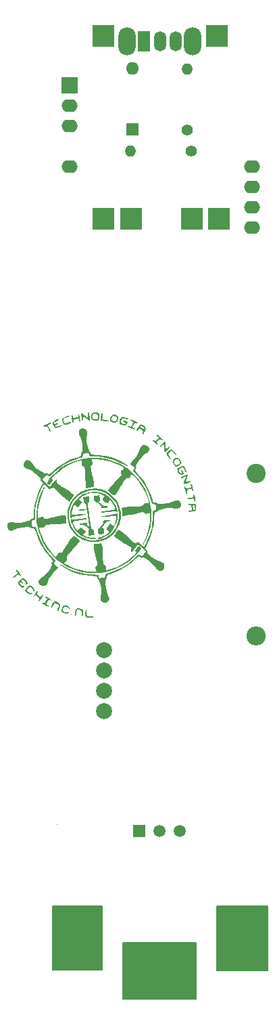
<source format=gts>
G04 #@! TF.GenerationSoftware,KiCad,Pcbnew,7.0.1*
G04 #@! TF.CreationDate,2023-04-26T20:27:31+02:00*
G04 #@! TF.ProjectId,ispindel_kicad,69737069-6e64-4656-9c5f-6b696361642e,rev?*
G04 #@! TF.SameCoordinates,Original*
G04 #@! TF.FileFunction,Soldermask,Top*
G04 #@! TF.FilePolarity,Negative*
%FSLAX46Y46*%
G04 Gerber Fmt 4.6, Leading zero omitted, Abs format (unit mm)*
G04 Created by KiCad (PCBNEW 7.0.1) date 2023-04-26 20:27:31*
%MOMM*%
%LPD*%
G01*
G04 APERTURE LIST*
%ADD10C,0.000000*%
%ADD11C,0.010000*%
%ADD12C,0.150000*%
%ADD13C,2.400000*%
%ADD14O,2.400000X2.400000*%
%ADD15R,1.500000X1.500000*%
%ADD16C,1.500000*%
%ADD17C,2.000000*%
%ADD18R,2.000000X2.000000*%
%ADD19O,2.000000X1.600000*%
%ADD20R,2.800000X2.800000*%
%ADD21O,2.200000X3.500000*%
%ADD22R,1.500000X2.500000*%
%ADD23O,1.500000X2.500000*%
%ADD24C,1.400000*%
%ADD25O,1.400000X1.400000*%
%ADD26R,1.600000X1.600000*%
%ADD27O,1.600000X1.600000*%
G04 APERTURE END LIST*
D10*
G36*
X135928100Y-139159580D02*
G01*
X135917520Y-139170170D01*
X135906930Y-139159580D01*
X135917520Y-139149000D01*
X135928100Y-139159580D01*
G37*
D11*
X135906930Y-139159580D02*
X135917520Y-139149000D01*
X135928100Y-139159580D02*
X135917520Y-139170170D01*
X135917520Y-139149000D02*
X135928100Y-139159580D01*
D12*
X144200000Y-154000000D02*
X153400000Y-154000000D01*
X153400000Y-161025000D01*
X144200000Y-161025000D01*
X144200000Y-154000000D01*
G36*
X144200000Y-154000000D02*
G01*
X153400000Y-154000000D01*
X153400000Y-161025000D01*
X144200000Y-161025000D01*
X144200000Y-154000000D01*
G37*
X135450000Y-149450000D02*
X141575000Y-149450000D01*
X141575000Y-157375000D01*
X135450000Y-157375000D01*
X135450000Y-149450000D01*
G36*
X135450000Y-149450000D02*
G01*
X141575000Y-149450000D01*
X141575000Y-157375000D01*
X135450000Y-157375000D01*
X135450000Y-149450000D01*
G37*
D11*
X135917520Y-139170170D02*
X135906930Y-139159580D01*
D12*
X156000000Y-149375000D02*
X162375000Y-149375000D01*
X162375000Y-157450000D01*
X156000000Y-157450000D01*
X156000000Y-149375000D01*
G36*
X156000000Y-149375000D02*
G01*
X162375000Y-149375000D01*
X162375000Y-157450000D01*
X156000000Y-157450000D01*
X156000000Y-149375000D01*
G37*
G36*
X133561763Y-110088816D02*
G01*
X133502302Y-110220906D01*
X133499806Y-110224289D01*
X133435464Y-110332110D01*
X133452317Y-110417931D01*
X133566519Y-110526353D01*
X133626079Y-110572965D01*
X133804549Y-110701119D01*
X133913233Y-110737347D01*
X133991649Y-110683329D01*
X134050680Y-110591011D01*
X134138080Y-110492080D01*
X134196942Y-110481587D01*
X134196944Y-110555607D01*
X134137130Y-110707869D01*
X134039142Y-110897984D01*
X133924629Y-111085562D01*
X133815234Y-111230212D01*
X133774658Y-111269563D01*
X133659896Y-111325488D01*
X133615726Y-111272786D01*
X133655247Y-111134751D01*
X133676562Y-111095093D01*
X133733714Y-110936726D01*
X133698811Y-110858681D01*
X133585215Y-110777467D01*
X133445126Y-110661566D01*
X133319138Y-110569910D01*
X133233086Y-110585602D01*
X133161742Y-110666708D01*
X133062296Y-110762228D01*
X132999100Y-110768858D01*
X133011206Y-110689957D01*
X133082158Y-110536322D01*
X133187186Y-110350341D01*
X133301520Y-110174402D01*
X133400390Y-110050897D01*
X133435145Y-110022651D01*
X133535259Y-110009888D01*
X133561763Y-110088816D01*
G37*
G36*
X134548568Y-110724267D02*
G01*
X134713041Y-110789500D01*
X134913560Y-110895326D01*
X135120136Y-111026333D01*
X135251584Y-111133323D01*
X135282627Y-111191494D01*
X135202254Y-111207549D01*
X135090863Y-111163866D01*
X134993098Y-111120668D01*
X134917514Y-111144939D01*
X134830164Y-111259337D01*
X134752929Y-111389412D01*
X134650847Y-111582262D01*
X134624924Y-111690648D01*
X134669055Y-111748187D01*
X134686236Y-111756769D01*
X134868647Y-111857509D01*
X134909549Y-111932255D01*
X134882056Y-111957258D01*
X134788140Y-111946058D01*
X134623547Y-111878184D01*
X134427186Y-111775847D01*
X134237966Y-111661255D01*
X134094796Y-111556618D01*
X134036584Y-111484145D01*
X134038420Y-111475702D01*
X134120975Y-111456334D01*
X134241115Y-111488871D01*
X134376110Y-111526061D01*
X134435269Y-111512361D01*
X134484502Y-111424235D01*
X134575775Y-111264609D01*
X134604224Y-111215248D01*
X134688439Y-111049747D01*
X134689541Y-110955212D01*
X134605862Y-110883968D01*
X134592346Y-110876047D01*
X134487553Y-110787103D01*
X134472538Y-110723789D01*
X134548568Y-110724267D01*
G37*
G36*
X135800009Y-111353516D02*
G01*
X136020812Y-111423111D01*
X136223192Y-111530489D01*
X136349288Y-111650495D01*
X136358174Y-111668339D01*
X136362906Y-111793623D01*
X136321441Y-111980558D01*
X136249867Y-112188314D01*
X136164272Y-112376059D01*
X136080744Y-112502963D01*
X136018543Y-112530322D01*
X135996568Y-112454362D01*
X136036543Y-112278750D01*
X136141472Y-111991908D01*
X136187124Y-111879878D01*
X136172557Y-111787153D01*
X136043981Y-111676006D01*
X135949245Y-111617909D01*
X135669683Y-111456504D01*
X135484472Y-111827318D01*
X135351231Y-112058840D01*
X135259898Y-112155399D01*
X135222164Y-112122733D01*
X135249715Y-111966578D01*
X135328977Y-111750997D01*
X135442887Y-111512515D01*
X135541736Y-111385671D01*
X135618644Y-111346855D01*
X135800009Y-111353516D01*
G37*
G36*
X132699398Y-109369210D02*
G01*
X132728945Y-109386006D01*
X132919057Y-109524928D01*
X133065521Y-109678813D01*
X133073939Y-109691133D01*
X133139129Y-109848320D01*
X133138951Y-109983894D01*
X133081843Y-110056123D01*
X133003075Y-110041566D01*
X132943154Y-109947687D01*
X132954996Y-109898425D01*
X132937976Y-109803219D01*
X132839665Y-109676331D01*
X132703181Y-109558424D01*
X132571637Y-109490158D01*
X132519554Y-109487762D01*
X132425887Y-109557617D01*
X132306970Y-109698622D01*
X132294932Y-109715674D01*
X132211759Y-109855471D01*
X132215465Y-109957227D01*
X132315542Y-110079181D01*
X132361531Y-110124302D01*
X132514623Y-110254207D01*
X132609280Y-110282363D01*
X132639986Y-110265610D01*
X132755313Y-110240924D01*
X132802667Y-110258205D01*
X132851401Y-110330006D01*
X132784121Y-110396311D01*
X132627618Y-110433820D01*
X132598821Y-110435496D01*
X132457059Y-110410352D01*
X132301049Y-110307025D01*
X132194112Y-110208948D01*
X131954563Y-109976267D01*
X132119413Y-109697530D01*
X132277173Y-109454396D01*
X132407033Y-109328542D01*
X132538079Y-109305101D01*
X132699398Y-109369210D01*
G37*
G36*
X137045137Y-111801259D02*
G01*
X137231350Y-111858377D01*
X137435595Y-111955125D01*
X137536086Y-112066031D01*
X137555346Y-112118963D01*
X137558786Y-112250594D01*
X137505815Y-112294011D01*
X137436391Y-112225401D01*
X137424371Y-112197020D01*
X137323322Y-112090656D01*
X137139722Y-112003000D01*
X136960424Y-111963452D01*
X136843917Y-112010507D01*
X136771751Y-112095717D01*
X136685367Y-112274946D01*
X136664567Y-112425275D01*
X136698931Y-112534761D01*
X136798377Y-112603053D01*
X136953593Y-112650554D01*
X137144799Y-112675211D01*
X137265428Y-112643679D01*
X137277093Y-112629895D01*
X137358466Y-112568838D01*
X137391683Y-112575330D01*
X137417700Y-112653320D01*
X137359174Y-112761177D01*
X137250625Y-112847937D01*
X137194383Y-112866567D01*
X137054995Y-112853351D01*
X136849562Y-112795139D01*
X136758955Y-112760978D01*
X136569852Y-112675850D01*
X136484533Y-112602369D01*
X136470743Y-112505241D01*
X136477785Y-112453352D01*
X136556779Y-112106644D01*
X136667243Y-111890624D01*
X136824816Y-111792945D01*
X137045137Y-111801259D01*
G37*
G36*
X131803089Y-108460155D02*
G01*
X131986665Y-108628238D01*
X131992021Y-108634018D01*
X132167401Y-108863754D01*
X132236251Y-109049941D01*
X132195020Y-109176301D01*
X132118977Y-109215840D01*
X132031748Y-109215409D01*
X132030732Y-109121091D01*
X132038561Y-109090660D01*
X132023331Y-108947112D01*
X131928434Y-108802537D01*
X131790119Y-108684972D01*
X131644640Y-108622450D01*
X131528248Y-108643007D01*
X131501097Y-108675007D01*
X131524606Y-108756220D01*
X131593576Y-108827354D01*
X131684657Y-108947217D01*
X131696483Y-109025939D01*
X131657543Y-109073980D01*
X131563629Y-109021578D01*
X131500839Y-108967008D01*
X131377362Y-108868723D01*
X131313141Y-108871479D01*
X131283894Y-108929964D01*
X131298264Y-109080704D01*
X131404941Y-109235871D01*
X131561683Y-109348832D01*
X131689494Y-109377726D01*
X131845745Y-109384087D01*
X131885077Y-109431148D01*
X131855300Y-109500604D01*
X131758770Y-109560680D01*
X131606889Y-109590233D01*
X131483913Y-109575073D01*
X131470213Y-109565439D01*
X131417613Y-109505905D01*
X131304740Y-109374904D01*
X131246993Y-109307392D01*
X131101749Y-109105867D01*
X131072221Y-108945322D01*
X131160387Y-108780343D01*
X131275338Y-108655595D01*
X131483649Y-108472744D01*
X131647492Y-108407960D01*
X131803089Y-108460155D01*
G37*
G36*
X137791907Y-112889486D02*
G01*
X137825033Y-112971838D01*
X137818244Y-112987778D01*
X137735893Y-113020903D01*
X137719953Y-113014115D01*
X137686826Y-112931764D01*
X137693615Y-112915823D01*
X137775967Y-112882697D01*
X137791907Y-112889486D01*
G37*
G36*
X138713148Y-112193182D02*
G01*
X138938692Y-112229954D01*
X139129573Y-112291363D01*
X139218365Y-112351369D01*
X139247148Y-112467000D01*
X139242288Y-112662461D01*
X139230555Y-112749168D01*
X139185112Y-113005634D01*
X139149804Y-113149560D01*
X139113698Y-113210761D01*
X139065859Y-113219056D01*
X139058676Y-113217888D01*
X139027151Y-113146613D01*
X139028624Y-112979812D01*
X139044010Y-112864613D01*
X139064260Y-112607072D01*
X139003686Y-112453880D01*
X138844323Y-112379933D01*
X138684919Y-112362724D01*
X138438391Y-112351289D01*
X138381064Y-112735447D01*
X138346324Y-112954153D01*
X138318218Y-113106256D01*
X138307081Y-113148454D01*
X138249103Y-113154239D01*
X138185957Y-113084555D01*
X138170755Y-113029719D01*
X138187214Y-112835028D01*
X138235961Y-112601408D01*
X138301977Y-112385301D01*
X138370245Y-112243150D01*
X138384277Y-112227222D01*
X138509494Y-112189467D01*
X138713148Y-112193182D01*
G37*
G36*
X130927659Y-107347774D02*
G01*
X131016243Y-107432997D01*
X131139684Y-107590479D01*
X131271889Y-107781129D01*
X131386772Y-107965854D01*
X131458240Y-108105561D01*
X131467777Y-108157081D01*
X131427214Y-108202500D01*
X131370590Y-108172738D01*
X131262808Y-108048609D01*
X131257556Y-108042170D01*
X131178821Y-107964298D01*
X131096129Y-107956589D01*
X130970119Y-108027103D01*
X130832628Y-108129183D01*
X130650802Y-108253205D01*
X130510971Y-108321298D01*
X130461521Y-108324941D01*
X130410349Y-108266982D01*
X130412409Y-108258120D01*
X130473443Y-108200938D01*
X130612754Y-108084508D01*
X130735600Y-107985551D01*
X131042134Y-107741832D01*
X130920749Y-107592910D01*
X130849243Y-107464459D01*
X130841745Y-107363624D01*
X130897009Y-107334674D01*
X130927659Y-107347774D01*
G37*
G36*
X139653060Y-112385489D02*
G01*
X139673294Y-112552093D01*
X139671633Y-112722746D01*
X139667061Y-112955970D01*
X139704648Y-113090352D01*
X139813596Y-113151993D01*
X140023107Y-113166997D01*
X140166779Y-113165321D01*
X140383328Y-113171190D01*
X140478749Y-113205928D01*
X140474486Y-113278841D01*
X140465780Y-113295029D01*
X140374885Y-113332991D01*
X140193282Y-113349205D01*
X139972338Y-113344822D01*
X139763418Y-113320997D01*
X139617892Y-113278884D01*
X139612396Y-113275857D01*
X139526650Y-113167395D01*
X139510790Y-113113336D01*
X139498420Y-112913534D01*
X139510058Y-112689276D01*
X139539770Y-112486627D01*
X139581620Y-112351650D01*
X139612746Y-112322015D01*
X139653060Y-112385489D01*
G37*
G36*
X139368275Y-89684789D02*
G01*
X139473399Y-89732093D01*
X139680377Y-89911047D01*
X139768137Y-90148908D01*
X139741539Y-90461720D01*
X139719839Y-90545671D01*
X139665991Y-90818524D01*
X139646257Y-91095466D01*
X139648635Y-91160175D01*
X139680292Y-91420517D01*
X139735020Y-91712403D01*
X139803804Y-92001956D01*
X139877635Y-92255302D01*
X139947496Y-92438562D01*
X140004378Y-92517861D01*
X140010085Y-92518777D01*
X140086406Y-92578488D01*
X140158338Y-92727290D01*
X140163633Y-92744075D01*
X140232370Y-92971916D01*
X140975050Y-93018941D01*
X142028474Y-93148428D01*
X143014634Y-93401216D01*
X143946453Y-93781105D01*
X144414222Y-94030375D01*
X144661997Y-94181253D01*
X144793463Y-94283086D01*
X144822713Y-94347695D01*
X144811515Y-94363610D01*
X144725376Y-94365740D01*
X144538700Y-94301500D01*
X144243660Y-94167746D01*
X143912250Y-94002389D01*
X142989936Y-93601342D01*
X142053175Y-93332622D01*
X141116602Y-93199664D01*
X140453696Y-93189807D01*
X140083468Y-93204624D01*
X140020407Y-92995599D01*
X139959394Y-92834413D01*
X139875267Y-92757714D01*
X139726790Y-92747325D01*
X139523110Y-92776387D01*
X139326598Y-92817065D01*
X139229379Y-92875032D01*
X139188202Y-92987340D01*
X139175251Y-93074407D01*
X139155189Y-93189975D01*
X139113187Y-93270953D01*
X139021738Y-93334867D01*
X138853334Y-93399249D01*
X138580468Y-93481626D01*
X138499262Y-93505188D01*
X137670348Y-93803587D01*
X136869471Y-94203419D01*
X136131687Y-94684161D01*
X135492057Y-95225282D01*
X135394343Y-95323097D01*
X135200385Y-95518674D01*
X135072017Y-95626279D01*
X134975119Y-95661705D01*
X134875568Y-95640748D01*
X134790013Y-95602847D01*
X134644958Y-95545818D01*
X134543904Y-95558610D01*
X134436911Y-95659540D01*
X134355019Y-95762374D01*
X134236671Y-95934451D01*
X134173494Y-96065345D01*
X134170236Y-96099882D01*
X134230630Y-96188719D01*
X134362302Y-96339067D01*
X134534935Y-96520443D01*
X134718219Y-96702360D01*
X134881841Y-96854334D01*
X134995484Y-96945879D01*
X135024987Y-96959476D01*
X135094349Y-96904173D01*
X135216286Y-96761777D01*
X135347376Y-96586604D01*
X135502885Y-96376837D01*
X135639702Y-96208730D01*
X135714534Y-96131217D01*
X135833601Y-96086606D01*
X135933252Y-96117135D01*
X135958811Y-96200720D01*
X135948195Y-96225603D01*
X135905146Y-96322452D01*
X135903029Y-96412305D01*
X135955819Y-96508793D01*
X136077487Y-96625543D01*
X136282009Y-96776186D01*
X136583358Y-96974351D01*
X136957179Y-97209761D01*
X137343470Y-97456027D01*
X137657643Y-97666808D01*
X137884665Y-97831469D01*
X138009497Y-97939374D01*
X138028635Y-97967626D01*
X137999426Y-98102047D01*
X137867153Y-98330160D01*
X137772446Y-98465176D01*
X137487568Y-98855660D01*
X137159934Y-98608718D01*
X136977181Y-98460224D01*
X136725458Y-98241268D01*
X136438718Y-97981977D01*
X136165538Y-97726426D01*
X135498777Y-97091076D01*
X135229999Y-97188187D01*
X134961220Y-97285298D01*
X134668161Y-96964462D01*
X134485699Y-96783193D01*
X134353022Y-96688688D01*
X134303770Y-96682007D01*
X134234348Y-96768919D01*
X134127665Y-96959732D01*
X133997864Y-97223931D01*
X133859090Y-97531000D01*
X133725487Y-97850427D01*
X133611201Y-98151696D01*
X133578716Y-98246196D01*
X133435695Y-98755966D01*
X133319884Y-99322842D01*
X133240541Y-99889755D01*
X133206918Y-100399638D01*
X133207222Y-100537069D01*
X133219489Y-101068584D01*
X132746666Y-101211031D01*
X132787903Y-101557466D01*
X132814284Y-101768619D01*
X132834826Y-101914601D01*
X132840910Y-101947823D01*
X132912321Y-101974862D01*
X133068590Y-101979530D01*
X133074831Y-101979195D01*
X133182358Y-101977858D01*
X133257481Y-102006007D01*
X133318179Y-102089894D01*
X133382429Y-102255765D01*
X133468211Y-102529874D01*
X133481171Y-102572490D01*
X133852700Y-103570338D01*
X134332252Y-104478103D01*
X134916949Y-105290853D01*
X135337598Y-105751481D01*
X135545006Y-105961684D01*
X135665003Y-106100328D01*
X135712384Y-106197169D01*
X135701942Y-106281962D01*
X135650532Y-106380893D01*
X135592779Y-106543468D01*
X135638214Y-106684653D01*
X135800375Y-106829381D01*
X135942507Y-106918520D01*
X136027893Y-106970546D01*
X136069256Y-107020084D01*
X136055644Y-107089082D01*
X135976112Y-107199488D01*
X135819705Y-107373254D01*
X135598681Y-107607762D01*
X135223745Y-108056669D01*
X134942816Y-108525021D01*
X134719790Y-109073362D01*
X134713396Y-109092339D01*
X134583694Y-109288870D01*
X134383478Y-109392298D01*
X134151412Y-109403267D01*
X133926163Y-109322422D01*
X133746396Y-109150410D01*
X133704447Y-109075480D01*
X133658220Y-108824555D01*
X133748493Y-108583745D01*
X133967959Y-108368545D01*
X134067504Y-108305782D01*
X134274297Y-108157867D01*
X134500505Y-107947125D01*
X134729193Y-107696428D01*
X134943426Y-107428650D01*
X135126269Y-107166664D01*
X135260786Y-106933342D01*
X135330043Y-106751558D01*
X135317103Y-106644184D01*
X135304862Y-106634596D01*
X135271572Y-106541035D01*
X135340513Y-106392960D01*
X135390846Y-106306254D01*
X135406010Y-106228412D01*
X135373544Y-106134589D01*
X135280989Y-105999941D01*
X135115885Y-105799621D01*
X134940680Y-105595661D01*
X134699608Y-105307822D01*
X134469784Y-105018956D01*
X134283134Y-104769891D01*
X134199824Y-104648267D01*
X133977279Y-104259512D01*
X133747565Y-103789979D01*
X133537222Y-103298798D01*
X133372793Y-102845097D01*
X133336056Y-102723983D01*
X133246577Y-102442044D01*
X133162150Y-102275639D01*
X133060396Y-102199033D01*
X132918935Y-102186490D01*
X132872253Y-102190616D01*
X132715335Y-102170749D01*
X132659893Y-102099545D01*
X132572497Y-102052396D01*
X132376932Y-102029440D01*
X132106455Y-102028245D01*
X131794322Y-102046383D01*
X131473791Y-102081424D01*
X131178118Y-102130939D01*
X130940560Y-102192499D01*
X130843560Y-102232222D01*
X130558871Y-102376106D01*
X130367054Y-102459427D01*
X130233651Y-102488684D01*
X130124205Y-102470372D01*
X130004257Y-102410990D01*
X129977355Y-102395552D01*
X129796482Y-102257096D01*
X129713425Y-102083884D01*
X129701172Y-102017178D01*
X129716353Y-101732562D01*
X129841745Y-101526603D01*
X130059225Y-101412842D01*
X130350670Y-101404820D01*
X130482080Y-101433731D01*
X130755456Y-101483972D01*
X131057293Y-101501397D01*
X131134239Y-101498671D01*
X131426054Y-101467652D01*
X131739319Y-101414990D01*
X132041905Y-101348687D01*
X132301679Y-101276738D01*
X132486512Y-101207143D01*
X132564272Y-101147900D01*
X132564916Y-101142537D01*
X132624340Y-101060165D01*
X132771826Y-100987459D01*
X132779051Y-100985228D01*
X132995942Y-100919794D01*
X133028570Y-100283806D01*
X133131808Y-99342181D01*
X133338529Y-98429575D01*
X133639743Y-97578268D01*
X133963477Y-96926754D01*
X134224590Y-96474492D01*
X134030113Y-96307656D01*
X133908592Y-96169620D01*
X133882699Y-96060712D01*
X133886279Y-96053100D01*
X133870531Y-95947071D01*
X133756993Y-95785941D01*
X133570170Y-95590464D01*
X133334566Y-95381392D01*
X133074686Y-95179478D01*
X132815037Y-95005475D01*
X132580123Y-94880135D01*
X132445476Y-94832923D01*
X132085462Y-94707025D01*
X131848697Y-94533305D01*
X131740754Y-94319541D01*
X131767210Y-94073510D01*
X131820471Y-93961155D01*
X132005896Y-93742530D01*
X132223259Y-93658609D01*
X132460936Y-93706937D01*
X132707301Y-93885061D01*
X132950732Y-94190524D01*
X132957604Y-94201218D01*
X133084230Y-94381214D01*
X133226354Y-94534225D01*
X133416646Y-94689004D01*
X133687770Y-94874306D01*
X133816583Y-94957299D01*
X134146549Y-95159768D01*
X134365676Y-95275024D01*
X134476584Y-95304383D01*
X134489775Y-95295633D01*
X134572548Y-95279350D01*
X134728194Y-95323842D01*
X134767116Y-95341007D01*
X134894392Y-95394656D01*
X134992766Y-95401154D01*
X135098315Y-95345323D01*
X135247111Y-95211984D01*
X135375668Y-95084965D01*
X135852846Y-94669493D01*
X136428353Y-94263509D01*
X137060705Y-93890476D01*
X137708418Y-93573854D01*
X138330006Y-93337106D01*
X138603262Y-93259622D01*
X138808547Y-93203056D01*
X138911077Y-93143831D01*
X138948719Y-93048697D01*
X138956437Y-92949503D01*
X138991396Y-92766695D01*
X139059015Y-92649182D01*
X139120215Y-92520580D01*
X139145830Y-92287083D01*
X139139511Y-91982257D01*
X139104909Y-91639665D01*
X139045675Y-91292870D01*
X138965460Y-90975437D01*
X138867915Y-90720928D01*
X138844430Y-90676603D01*
X138739720Y-90462258D01*
X138677416Y-90275935D01*
X138669454Y-90211571D01*
X138736991Y-89949198D01*
X138898362Y-89760590D01*
X139119986Y-89665777D01*
X139368275Y-89684789D01*
G37*
G36*
X147203026Y-91818678D02*
G01*
X147392608Y-91975966D01*
X147486188Y-92196619D01*
X147500711Y-92367215D01*
X147472245Y-92497731D01*
X147379517Y-92619275D01*
X147201249Y-92762957D01*
X147005737Y-92899111D01*
X146777867Y-93068150D01*
X146588395Y-93248528D01*
X146400532Y-93479905D01*
X146201102Y-93766504D01*
X146015515Y-94051743D01*
X145904463Y-94244881D01*
X145856598Y-94369290D01*
X145860571Y-94448342D01*
X145865227Y-94458280D01*
X145872072Y-94591059D01*
X145811355Y-94754070D01*
X145767291Y-94841389D01*
X145758381Y-94921443D01*
X145797738Y-95018961D01*
X145898469Y-95158678D01*
X146073686Y-95365325D01*
X146228944Y-95541831D01*
X146815191Y-96283820D01*
X147286119Y-97060565D01*
X147663390Y-97910456D01*
X147818641Y-98358993D01*
X147910194Y-98639355D01*
X147978475Y-98810318D01*
X148043343Y-98899773D01*
X148124657Y-98935617D01*
X148236230Y-98945461D01*
X148421292Y-98981022D01*
X148494730Y-99047633D01*
X148575290Y-99092308D01*
X148764115Y-99113450D01*
X149027872Y-99113192D01*
X149333223Y-99093667D01*
X149646835Y-99057006D01*
X149935370Y-99005343D01*
X150165493Y-98940809D01*
X150165702Y-98940731D01*
X150539215Y-98805806D01*
X150805501Y-98720349D01*
X150990437Y-98679112D01*
X151119898Y-98676848D01*
X151219759Y-98708308D01*
X151244939Y-98721866D01*
X151402400Y-98887166D01*
X151483611Y-99123406D01*
X151474515Y-99371753D01*
X151428076Y-99488513D01*
X151244694Y-99674050D01*
X150977001Y-99744422D01*
X150629015Y-99699086D01*
X150376434Y-99660240D01*
X150062472Y-99653480D01*
X149718022Y-99674219D01*
X149373979Y-99717874D01*
X149061233Y-99779858D01*
X148810680Y-99855587D01*
X148653211Y-99940474D01*
X148615479Y-99997931D01*
X148540307Y-100095146D01*
X148383469Y-100174575D01*
X148378498Y-100176101D01*
X148159276Y-100242239D01*
X148148150Y-100765885D01*
X148071696Y-101697109D01*
X147877848Y-102592069D01*
X147558709Y-103481714D01*
X147329220Y-103975364D01*
X146976430Y-104680576D01*
X147148753Y-104849810D01*
X147252849Y-104986398D01*
X147276921Y-105093851D01*
X147273512Y-105101425D01*
X147298894Y-105194582D01*
X147427889Y-105359626D01*
X147633255Y-105566984D01*
X147878665Y-105782605D01*
X148126446Y-105960980D01*
X148424867Y-106134041D01*
X148708275Y-106278248D01*
X149375989Y-106606336D01*
X149412409Y-106859434D01*
X149387204Y-107129892D01*
X149245278Y-107344717D01*
X149011050Y-107470039D01*
X148965095Y-107479788D01*
X148751035Y-107474967D01*
X148557894Y-107370235D01*
X148361469Y-107149475D01*
X148272295Y-107018474D01*
X148108955Y-106807743D01*
X147888695Y-106581445D01*
X147634757Y-106356722D01*
X147370388Y-106150720D01*
X147118829Y-105980582D01*
X146903327Y-105863454D01*
X146747125Y-105816478D01*
X146679004Y-105843325D01*
X146578612Y-105881157D01*
X146388364Y-105820923D01*
X146252030Y-105765027D01*
X146147862Y-105763586D01*
X146034023Y-105831709D01*
X145868676Y-105984506D01*
X145829694Y-106022680D01*
X145168634Y-106587318D01*
X144411146Y-107089644D01*
X143599731Y-107504858D01*
X142776894Y-107808164D01*
X142761703Y-107812601D01*
X142484990Y-107895340D01*
X142319293Y-107957616D01*
X142237163Y-108018182D01*
X142211149Y-108095788D01*
X142212578Y-108187736D01*
X142191735Y-108365742D01*
X142130660Y-108475840D01*
X142083942Y-108584656D01*
X142053264Y-108801319D01*
X142043519Y-109090201D01*
X142043709Y-109109327D01*
X142081377Y-109577890D01*
X142189418Y-110059539D01*
X142378197Y-110597328D01*
X142435647Y-110737105D01*
X142483282Y-110989511D01*
X142419315Y-111200243D01*
X142273032Y-111356957D01*
X142073719Y-111447309D01*
X141850665Y-111458952D01*
X141633152Y-111379545D01*
X141450471Y-111196741D01*
X141428914Y-111161446D01*
X141405613Y-111025186D01*
X141421801Y-110807637D01*
X141454591Y-110639373D01*
X141495564Y-110360313D01*
X141502526Y-110028486D01*
X141480142Y-109674271D01*
X141433081Y-109328048D01*
X141366008Y-109020197D01*
X141283589Y-108781097D01*
X141190491Y-108641129D01*
X141144148Y-108618193D01*
X141051470Y-108542528D01*
X140982862Y-108384833D01*
X140982415Y-108382949D01*
X140931303Y-108165237D01*
X140152128Y-108114795D01*
X139426725Y-108044194D01*
X138789942Y-107924693D01*
X138190697Y-107741945D01*
X137577910Y-107481603D01*
X137176624Y-107279085D01*
X136806034Y-107079305D01*
X136554687Y-106934273D01*
X136411796Y-106837074D01*
X136366577Y-106780787D01*
X136376856Y-106766019D01*
X136483437Y-106776757D01*
X136680206Y-106857230D01*
X136909477Y-106979084D01*
X137790447Y-107405294D01*
X138742924Y-107712114D01*
X139752402Y-107895526D01*
X140400680Y-107945512D01*
X141128367Y-107973458D01*
X141195888Y-108197263D01*
X141263407Y-108421068D01*
X141573157Y-108371573D01*
X141769386Y-108340742D01*
X141896695Y-108321717D01*
X141916520Y-108319207D01*
X141947732Y-108254353D01*
X141978482Y-108100373D01*
X141980748Y-108083804D01*
X142000917Y-107975126D01*
X142045191Y-107896393D01*
X142140263Y-107830849D01*
X142312824Y-107761736D01*
X142589568Y-107672299D01*
X142681879Y-107643648D01*
X143436725Y-107373575D01*
X144122592Y-107045808D01*
X144769446Y-106641502D01*
X145407250Y-106141808D01*
X146065969Y-105527881D01*
X146100353Y-105493484D01*
X146202362Y-105478536D01*
X146351278Y-105534498D01*
X146482080Y-105600613D01*
X146579850Y-105603282D01*
X146682846Y-105526249D01*
X146829324Y-105353255D01*
X146855748Y-105320114D01*
X147063496Y-105059046D01*
X146646912Y-104629261D01*
X146446098Y-104431632D01*
X146277002Y-104282583D01*
X146168146Y-104206688D01*
X146150774Y-104201862D01*
X146070568Y-104257788D01*
X145940782Y-104401127D01*
X145808130Y-104575341D01*
X145581345Y-104871702D01*
X145409356Y-105045631D01*
X145295110Y-105095852D01*
X145241552Y-105021083D01*
X145251627Y-104820047D01*
X145252151Y-104816831D01*
X145289521Y-104589147D01*
X144602856Y-104191055D01*
X144292032Y-104002857D01*
X143973889Y-103796626D01*
X143673061Y-103589959D01*
X143414180Y-103400452D01*
X143221880Y-103245700D01*
X143120791Y-103143301D01*
X143112128Y-103126188D01*
X143145531Y-103050831D01*
X143243988Y-102894967D01*
X143379914Y-102701083D01*
X143659076Y-102318433D01*
X143887017Y-102451832D01*
X144043351Y-102561971D01*
X144263691Y-102740661D01*
X144509152Y-102955839D01*
X144600248Y-103039871D01*
X144961297Y-103378739D01*
X145232407Y-103631806D01*
X145429966Y-103810248D01*
X145570361Y-103925241D01*
X145669980Y-103987960D01*
X145745212Y-104009581D01*
X145812443Y-104001278D01*
X145888065Y-103974229D01*
X145941579Y-103954576D01*
X146200864Y-103865256D01*
X146500486Y-104176835D01*
X146669582Y-104339612D01*
X146804166Y-104445652D01*
X146865116Y-104470994D01*
X146928437Y-104396794D01*
X147028308Y-104214667D01*
X147152999Y-103952255D01*
X147290786Y-103637201D01*
X147429938Y-103297150D01*
X147558727Y-102959741D01*
X147665426Y-102652620D01*
X147732388Y-102426836D01*
X147812877Y-102052229D01*
X147881402Y-101615299D01*
X147932961Y-101162721D01*
X147962563Y-100741168D01*
X147965207Y-100397313D01*
X147959235Y-100308036D01*
X147933623Y-100039748D01*
X148146302Y-99975584D01*
X148310351Y-99913678D01*
X148388042Y-99829007D01*
X148398293Y-99679870D01*
X148370030Y-99482473D01*
X148331057Y-99289369D01*
X148276828Y-99197697D01*
X148169728Y-99166729D01*
X148072921Y-99160732D01*
X147828732Y-99149407D01*
X147676776Y-98561883D01*
X147398341Y-97741670D01*
X146995086Y-96927264D01*
X146484106Y-96148350D01*
X145882497Y-95434611D01*
X145865943Y-95417339D01*
X145660287Y-95199977D01*
X145541542Y-95057364D01*
X145495552Y-94961803D01*
X145508159Y-94885597D01*
X145556674Y-94812298D01*
X145632084Y-94651975D01*
X145587150Y-94508539D01*
X145412898Y-94361388D01*
X145341246Y-94317608D01*
X145189961Y-94209613D01*
X145112057Y-94115390D01*
X145109351Y-94102361D01*
X145155229Y-94011362D01*
X145276912Y-93857218D01*
X145417475Y-93705127D01*
X145867182Y-93192347D01*
X146188857Y-92700419D01*
X146364167Y-92282550D01*
X146437281Y-92055788D01*
X146505362Y-91925050D01*
X146598731Y-91846865D01*
X146702939Y-91796843D01*
X146959427Y-91751973D01*
X147203026Y-91818678D01*
G37*
G36*
X134421828Y-97025282D02*
G01*
X134374433Y-97189278D01*
X134255334Y-97471708D01*
X134232806Y-97520090D01*
X133871287Y-98456057D01*
X133646539Y-99436334D01*
X133576285Y-100059153D01*
X133517700Y-100887053D01*
X133847926Y-100804075D01*
X134057241Y-100761140D01*
X134180643Y-100773249D01*
X134268416Y-100848966D01*
X134291213Y-100879577D01*
X134342697Y-100937418D01*
X134412968Y-100970760D01*
X134524478Y-100977806D01*
X134699685Y-100956760D01*
X134961043Y-100905825D01*
X135331007Y-100823205D01*
X135509009Y-100782139D01*
X136081889Y-100655945D01*
X136519228Y-100574269D01*
X136822282Y-100536940D01*
X136992304Y-100543790D01*
X137033181Y-100576921D01*
X137042128Y-100662591D01*
X137061082Y-100849581D01*
X137083871Y-101076769D01*
X137130077Y-101539283D01*
X136831618Y-101595819D01*
X136647143Y-101619004D01*
X136356539Y-101641915D01*
X135997572Y-101662104D01*
X135608006Y-101677127D01*
X135551423Y-101678725D01*
X135155849Y-101691120D01*
X134878787Y-101706890D01*
X134694850Y-101731249D01*
X134578649Y-101769408D01*
X134504801Y-101826582D01*
X134449731Y-101904951D01*
X134346051Y-102034634D01*
X134208570Y-102087109D01*
X134021397Y-102089504D01*
X133713017Y-102074201D01*
X133823446Y-102512232D01*
X134032847Y-103143709D01*
X134342159Y-103807512D01*
X134727901Y-104461909D01*
X135166590Y-105065175D01*
X135432202Y-105371093D01*
X135607952Y-105557795D01*
X135741828Y-105697073D01*
X135807092Y-105761145D01*
X135808719Y-105762292D01*
X135855555Y-105714976D01*
X135945861Y-105578894D01*
X135996101Y-105494533D01*
X136111953Y-105317791D01*
X136211795Y-105243367D01*
X136336121Y-105241228D01*
X136337393Y-105241433D01*
X136450041Y-105240642D01*
X136554302Y-105180601D01*
X136682621Y-105036720D01*
X136780565Y-104905564D01*
X136945371Y-104666356D01*
X137144279Y-104360190D01*
X137339860Y-104044978D01*
X137380118Y-103977825D01*
X137548306Y-103704670D01*
X137707776Y-103462178D01*
X137832080Y-103290021D01*
X137864219Y-103251704D01*
X137960461Y-103159742D01*
X138048142Y-103140036D01*
X138174146Y-103195955D01*
X138313486Y-103284004D01*
X138574577Y-103458507D01*
X138727682Y-103583084D01*
X138786846Y-103684081D01*
X138766118Y-103787844D01*
X138679544Y-103920721D01*
X138664103Y-103941617D01*
X138542582Y-104091093D01*
X138348345Y-104313970D01*
X138108372Y-104579865D01*
X137855343Y-104852353D01*
X137568397Y-105158069D01*
X137367511Y-105379331D01*
X137239858Y-105536238D01*
X137172612Y-105648891D01*
X137152947Y-105737387D01*
X137168036Y-105821830D01*
X137192867Y-105890486D01*
X137228208Y-106029142D01*
X137184561Y-106134542D01*
X137073153Y-106241745D01*
X136936085Y-106366992D01*
X136854985Y-106454077D01*
X136851313Y-106459719D01*
X136890145Y-106524839D01*
X137034370Y-106630744D01*
X137256592Y-106762750D01*
X137529414Y-106906172D01*
X137825442Y-107046324D01*
X138117279Y-107168521D01*
X138289410Y-107230590D01*
X139073904Y-107444714D01*
X139865405Y-107575913D01*
X140416755Y-107612989D01*
X140944911Y-107623024D01*
X140825094Y-107315113D01*
X140757959Y-107120065D01*
X140756690Y-107002471D01*
X140827716Y-106908717D01*
X140879125Y-106864806D01*
X140950113Y-106798803D01*
X140990377Y-106723754D01*
X140998844Y-106612786D01*
X140974444Y-106439028D01*
X140916104Y-106175606D01*
X140839114Y-105861466D01*
X140749430Y-105479413D01*
X140669718Y-105101556D01*
X140609454Y-104775122D01*
X140580483Y-104572271D01*
X140535710Y-104144018D01*
X141041357Y-104077489D01*
X141547005Y-104010961D01*
X141612211Y-104354445D01*
X141638475Y-104557525D01*
X141663221Y-104864637D01*
X141683835Y-105235908D01*
X141697708Y-105631465D01*
X141698742Y-105676182D01*
X141708733Y-106069071D01*
X141722054Y-106342505D01*
X141743863Y-106520923D01*
X141779317Y-106628766D01*
X141833574Y-106690476D01*
X141911791Y-106730494D01*
X141922079Y-106734621D01*
X142052780Y-106805959D01*
X142103656Y-106913233D01*
X142101498Y-107101565D01*
X142096556Y-107287804D01*
X142111937Y-107400538D01*
X142120192Y-107412156D01*
X142214176Y-107406901D01*
X142408552Y-107360846D01*
X142669380Y-107284806D01*
X142962715Y-107189594D01*
X143254615Y-107086021D01*
X143511137Y-106984902D01*
X143633851Y-106929954D01*
X143973254Y-106744967D01*
X144367050Y-106496278D01*
X144773098Y-106213655D01*
X145149259Y-105926865D01*
X145453392Y-105665679D01*
X145531604Y-105589325D01*
X145738119Y-105374317D01*
X145854098Y-105235974D01*
X145891569Y-105150017D01*
X145862562Y-105092163D01*
X145799053Y-105049499D01*
X145719117Y-104968673D01*
X145762490Y-104896964D01*
X145871428Y-104776647D01*
X145954172Y-104654515D01*
X146095690Y-104473452D01*
X146235884Y-104430950D01*
X146390140Y-104522637D01*
X146396569Y-104528790D01*
X146478263Y-104619643D01*
X146492222Y-104702082D01*
X146431163Y-104819709D01*
X146323059Y-104968912D01*
X145695790Y-105691591D01*
X144970111Y-106319228D01*
X144161405Y-106844879D01*
X143285055Y-107261597D01*
X142356446Y-107562436D01*
X141390960Y-107740449D01*
X140403981Y-107788693D01*
X140104371Y-107776724D01*
X139106024Y-107644925D01*
X138143779Y-107375466D01*
X137227451Y-106972172D01*
X136366853Y-106438868D01*
X136045720Y-106194275D01*
X135313753Y-105513727D01*
X134685644Y-104737991D01*
X134169025Y-103878883D01*
X133771526Y-102948221D01*
X133609546Y-102421761D01*
X133416053Y-101441580D01*
X133357648Y-100462581D01*
X133433006Y-99499515D01*
X133640799Y-98567132D01*
X133979704Y-97680184D01*
X134048572Y-97538351D01*
X134210893Y-97236255D01*
X134332350Y-97049534D01*
X134405230Y-96978955D01*
X134421828Y-97025282D01*
G37*
G36*
X137702679Y-98898906D02*
G01*
X137883366Y-98597722D01*
X138176663Y-98218346D01*
X138382126Y-98016673D01*
X138949748Y-97622385D01*
X139542620Y-97359092D01*
X140147473Y-97219137D01*
X140751037Y-97194855D01*
X141340042Y-97278586D01*
X141901219Y-97462671D01*
X142421298Y-97739445D01*
X142887008Y-98101248D01*
X143285082Y-98540420D01*
X143602248Y-99049299D01*
X143825238Y-99620223D01*
X143940780Y-100245532D01*
X143935607Y-100917564D01*
X143896315Y-101200292D01*
X143768706Y-101641743D01*
X143550246Y-102111055D01*
X143269394Y-102559808D01*
X142954606Y-102939575D01*
X142780444Y-103098989D01*
X142173439Y-103507665D01*
X141542543Y-103774551D01*
X140886508Y-103899978D01*
X140204087Y-103884272D01*
X139949165Y-103843637D01*
X139571931Y-103738227D01*
X139164079Y-103572741D01*
X138778802Y-103372469D01*
X138469297Y-103162702D01*
X138410248Y-103111973D01*
X137916511Y-102571936D01*
X137555026Y-101979017D01*
X137328065Y-101339763D01*
X137257583Y-100808963D01*
X137474796Y-100808963D01*
X137548567Y-101251384D01*
X137724390Y-101811814D01*
X137972921Y-102282319D01*
X138319490Y-102708860D01*
X138392552Y-102782850D01*
X138739150Y-103093081D01*
X139075849Y-103313568D01*
X139462847Y-103480252D01*
X139676612Y-103549442D01*
X140159950Y-103663876D01*
X140607230Y-103694160D01*
X141080023Y-103641498D01*
X141354304Y-103582242D01*
X141975438Y-103362379D01*
X142517326Y-103032833D01*
X142970766Y-102609636D01*
X143326557Y-102108818D01*
X143575494Y-101546409D01*
X143708375Y-100938441D01*
X143715998Y-100300946D01*
X143596846Y-99675763D01*
X143343594Y-99049247D01*
X142985772Y-98511759D01*
X142538060Y-98071774D01*
X142015140Y-97737766D01*
X141431693Y-97518207D01*
X140802398Y-97421572D01*
X140141936Y-97456333D01*
X139851409Y-97513935D01*
X139224978Y-97734775D01*
X138678147Y-98064938D01*
X138220539Y-98488807D01*
X137861776Y-98990761D01*
X137611483Y-99555184D01*
X137479282Y-100166458D01*
X137474796Y-100808963D01*
X137257583Y-100808963D01*
X137237899Y-100660722D01*
X137286803Y-99948441D01*
X137295168Y-99899340D01*
X137414339Y-99487201D01*
X137619832Y-99037001D01*
X137702679Y-98898906D01*
G37*
G36*
X141984911Y-93487996D02*
G01*
X142947227Y-93748276D01*
X143862642Y-94138343D01*
X144719581Y-94653660D01*
X145506470Y-95289693D01*
X145924187Y-95709913D01*
X146522447Y-96461708D01*
X147009675Y-97284068D01*
X147383372Y-98160582D01*
X147641038Y-99074840D01*
X147780176Y-100010430D01*
X147798283Y-100950942D01*
X147692864Y-101879969D01*
X147461417Y-102781094D01*
X147124604Y-103592252D01*
X146961166Y-103905099D01*
X146844713Y-104096394D01*
X146767610Y-104177728D01*
X146737969Y-104179118D01*
X146724520Y-104095010D01*
X146789783Y-103927895D01*
X146823778Y-103865657D01*
X146996025Y-103515136D01*
X147170461Y-103069771D01*
X147330959Y-102577454D01*
X147461390Y-102086079D01*
X147521998Y-101792193D01*
X147577116Y-101425329D01*
X147614155Y-101063707D01*
X147632007Y-100736888D01*
X147629564Y-100474430D01*
X147605721Y-100305895D01*
X147579341Y-100261322D01*
X147482770Y-100267204D01*
X147316372Y-100323429D01*
X147276380Y-100340941D01*
X147104426Y-100396898D01*
X146989115Y-100393667D01*
X146976220Y-100383330D01*
X146885613Y-100266714D01*
X146841961Y-100210873D01*
X146764436Y-100178163D01*
X146600187Y-100180800D01*
X146334737Y-100220639D01*
X145953607Y-100299536D01*
X145705029Y-100356583D01*
X145313397Y-100444869D01*
X144952301Y-100519548D01*
X144653844Y-100574464D01*
X144450125Y-100603459D01*
X144402296Y-100606421D01*
X144156247Y-100608122D01*
X144095773Y-100100279D01*
X144035299Y-99592435D01*
X144348040Y-99536818D01*
X144537430Y-99514378D01*
X144832805Y-99492589D01*
X145196247Y-99473723D01*
X145589837Y-99460053D01*
X145656829Y-99458413D01*
X146053401Y-99448121D01*
X146330531Y-99434975D01*
X146512668Y-99413691D01*
X146624259Y-99378985D01*
X146689751Y-99325573D01*
X146733592Y-99248173D01*
X146744514Y-99223343D01*
X146819652Y-99088648D01*
X146922272Y-99035351D01*
X147106204Y-99038240D01*
X147133998Y-99040934D01*
X147325358Y-99048387D01*
X147445748Y-99031062D01*
X147461296Y-99019800D01*
X147454905Y-98921415D01*
X147399446Y-98721672D01*
X147306214Y-98449848D01*
X147186502Y-98135221D01*
X147051604Y-97807073D01*
X146912816Y-97494681D01*
X146781430Y-97227324D01*
X146741423Y-97153614D01*
X146530022Y-96806355D01*
X146277456Y-96436929D01*
X146010816Y-96081280D01*
X145757191Y-95775358D01*
X145543667Y-95555111D01*
X145523559Y-95537459D01*
X145330203Y-95371585D01*
X145164986Y-95657748D01*
X145053167Y-95832531D01*
X144962652Y-95904630D01*
X144853338Y-95901511D01*
X144821409Y-95893069D01*
X144686074Y-95880397D01*
X144582583Y-95956617D01*
X144508635Y-96067187D01*
X144333857Y-96351158D01*
X144129578Y-96669654D01*
X143911326Y-97000037D01*
X143694632Y-97319665D01*
X143495027Y-97605899D01*
X143328041Y-97836101D01*
X143209206Y-97987631D01*
X143156693Y-98037945D01*
X143061681Y-98005855D01*
X142893772Y-97903264D01*
X142696473Y-97757878D01*
X142319465Y-97458642D01*
X142515641Y-97184819D01*
X142645128Y-97022247D01*
X142846740Y-96790112D01*
X143091400Y-96521164D01*
X143315563Y-96283841D01*
X143609447Y-95975661D01*
X143814308Y-95749773D01*
X143942716Y-95586541D01*
X144007240Y-95466332D01*
X144020450Y-95369511D01*
X143994918Y-95276445D01*
X143980832Y-95244707D01*
X143940629Y-95116411D01*
X143984082Y-95014687D01*
X144087823Y-94915482D01*
X144262596Y-94750392D01*
X144321144Y-94635845D01*
X144264679Y-94539215D01*
X144105730Y-94434360D01*
X143787217Y-94274507D01*
X143377553Y-94102154D01*
X142926216Y-93935356D01*
X142482684Y-93792170D01*
X142096436Y-93690649D01*
X142029751Y-93676803D01*
X141727764Y-93626514D01*
X141392385Y-93584470D01*
X141055093Y-93552842D01*
X140747369Y-93533802D01*
X140500691Y-93529520D01*
X140346538Y-93542167D01*
X140311805Y-93558324D01*
X140312114Y-93652880D01*
X140348034Y-93828003D01*
X140365354Y-93891124D01*
X140406231Y-94090940D01*
X140376186Y-94205913D01*
X140323719Y-94251056D01*
X140201884Y-94346450D01*
X140161014Y-94395136D01*
X140162870Y-94486340D01*
X140195126Y-94689095D01*
X140252547Y-94975524D01*
X140329894Y-95317750D01*
X140350356Y-95403092D01*
X140481099Y-95969067D01*
X140566750Y-96403532D01*
X140608026Y-96711402D01*
X140605644Y-96897589D01*
X140577609Y-96958804D01*
X140484089Y-96990482D01*
X140291146Y-97031042D01*
X140062429Y-97068370D01*
X139599251Y-97135135D01*
X139548569Y-96718429D01*
X139517170Y-96412933D01*
X139493918Y-96101219D01*
X139487466Y-95963363D01*
X139471679Y-95464822D01*
X139457188Y-95091077D01*
X139440882Y-94823079D01*
X139419652Y-94641780D01*
X139390387Y-94528135D01*
X139349979Y-94463095D01*
X139295317Y-94427614D01*
X139233168Y-94405783D01*
X139113201Y-94351569D01*
X139059250Y-94259976D01*
X139050795Y-94085377D01*
X139054177Y-94007777D01*
X139060427Y-93805300D01*
X139037889Y-93712928D01*
X138966468Y-93697122D01*
X138877806Y-93713402D01*
X138615678Y-93788509D01*
X138269200Y-93914263D01*
X137880613Y-94072880D01*
X137492162Y-94246566D01*
X137146090Y-94417534D01*
X136960448Y-94520821D01*
X136721502Y-94677177D01*
X136437798Y-94884019D01*
X136137059Y-95118553D01*
X135847012Y-95357989D01*
X135595382Y-95579534D01*
X135409892Y-95760394D01*
X135324652Y-95865600D01*
X135321312Y-95986609D01*
X135381845Y-96044022D01*
X135448837Y-96106322D01*
X135429413Y-96196001D01*
X135336366Y-96329337D01*
X135157622Y-96557717D01*
X135040788Y-96686762D01*
X134960447Y-96731520D01*
X134891179Y-96707038D01*
X134816301Y-96637229D01*
X134739008Y-96545419D01*
X134724316Y-96457514D01*
X134778496Y-96330648D01*
X134886887Y-96154675D01*
X135176364Y-95777288D01*
X135570034Y-95373215D01*
X136037674Y-94967170D01*
X136549055Y-94583863D01*
X137073954Y-94248007D01*
X137488581Y-94027570D01*
X137906607Y-93856969D01*
X138415729Y-93692564D01*
X138963341Y-93548215D01*
X139496837Y-93437781D01*
X139963608Y-93375121D01*
X139965870Y-93374936D01*
X140987268Y-93362037D01*
X141984911Y-93487996D01*
G37*
G36*
X135122467Y-88999615D02*
G01*
X135155626Y-89047487D01*
X135076604Y-89112147D01*
X135009491Y-89147819D01*
X134874283Y-89225801D01*
X134821102Y-89276277D01*
X134821339Y-89277270D01*
X134858447Y-89352275D01*
X134941504Y-89511371D01*
X135001472Y-89624362D01*
X135092616Y-89818713D01*
X135137267Y-89962439D01*
X135135548Y-90003750D01*
X135080040Y-90044002D01*
X135006523Y-89979540D01*
X134901947Y-89796767D01*
X134865006Y-89721882D01*
X134748445Y-89504407D01*
X134653019Y-89403488D01*
X134551045Y-89400298D01*
X134460179Y-89446611D01*
X134324083Y-89498709D01*
X134235454Y-89480356D01*
X134237513Y-89400552D01*
X134237676Y-89400270D01*
X134330526Y-89319781D01*
X134505825Y-89218732D01*
X134718517Y-89117527D01*
X134923550Y-89036565D01*
X135075870Y-88996249D01*
X135122467Y-88999615D01*
G37*
G36*
X152629853Y-99091158D02*
G01*
X152642830Y-99089712D01*
X152865213Y-99085415D01*
X153078737Y-99097370D01*
X153232741Y-99126010D01*
X153259478Y-99137754D01*
X153343086Y-99256326D01*
X153391562Y-99458115D01*
X153398829Y-99685393D01*
X153358807Y-99880429D01*
X153341431Y-99916126D01*
X153203411Y-100020827D01*
X152942588Y-100084697D01*
X152896169Y-100090114D01*
X152624836Y-100108725D01*
X152479210Y-100092441D01*
X152444729Y-100038543D01*
X152457410Y-100008202D01*
X152547942Y-99956874D01*
X152663303Y-99934351D01*
X152768712Y-99917334D01*
X152815065Y-99863629D01*
X152820534Y-99732179D01*
X152811752Y-99598948D01*
X152790688Y-99435640D01*
X152972074Y-99435640D01*
X152986495Y-99594887D01*
X153036092Y-99811262D01*
X153107803Y-99910011D01*
X153190825Y-99879967D01*
X153220617Y-99836850D01*
X153237906Y-99722194D01*
X153226592Y-99533358D01*
X153220262Y-99488432D01*
X153176153Y-99306314D01*
X153110200Y-99240981D01*
X153061282Y-99244217D01*
X152990326Y-99299277D01*
X152972074Y-99435640D01*
X152790688Y-99435640D01*
X152785602Y-99396211D01*
X152733037Y-99300144D01*
X152634056Y-99273648D01*
X152454720Y-99245375D01*
X152369775Y-99185053D01*
X152374139Y-99145324D01*
X152462251Y-99109825D01*
X152629853Y-99091158D01*
G37*
G36*
X136254708Y-88563871D02*
G01*
X136122618Y-88659956D01*
X135932636Y-88756062D01*
X135710332Y-88869151D01*
X135605227Y-88959777D01*
X135593102Y-89035361D01*
X135651658Y-89103557D01*
X135788097Y-89083507D01*
X135831649Y-89067754D01*
X135998671Y-89032327D01*
X136056570Y-89073111D01*
X135993671Y-89160421D01*
X135892702Y-89222987D01*
X135747918Y-89328174D01*
X135744341Y-89424433D01*
X135807823Y-89474935D01*
X135908545Y-89470160D01*
X136088645Y-89416089D01*
X136202558Y-89370492D01*
X136450656Y-89277947D01*
X136583911Y-89265487D01*
X136600260Y-89333143D01*
X136584670Y-89364618D01*
X136494611Y-89428029D01*
X136315701Y-89505690D01*
X136096572Y-89581633D01*
X135885853Y-89639887D01*
X135732177Y-89664484D01*
X135690309Y-89658311D01*
X135628550Y-89576077D01*
X135542100Y-89408659D01*
X135503904Y-89322203D01*
X135432481Y-89060270D01*
X135475906Y-88859219D01*
X135644129Y-88700837D01*
X135909453Y-88580085D01*
X136146485Y-88511485D01*
X136262117Y-88510231D01*
X136254708Y-88563871D01*
G37*
G36*
X153140967Y-97921634D02*
G01*
X153202499Y-98102993D01*
X153243838Y-98316102D01*
X153271285Y-98571034D01*
X153267191Y-98748963D01*
X153237531Y-98833315D01*
X153188278Y-98807516D01*
X153125405Y-98654992D01*
X153123710Y-98649412D01*
X153060645Y-98440374D01*
X152679652Y-98511416D01*
X152424670Y-98553754D01*
X152287266Y-98559445D01*
X152245260Y-98526156D01*
X152266520Y-98468014D01*
X152355693Y-98415267D01*
X152539510Y-98357715D01*
X152684910Y-98325826D01*
X152902115Y-98280801D01*
X153008908Y-98235598D01*
X153036887Y-98166751D01*
X153022889Y-98074822D01*
X153023912Y-97919802D01*
X153076877Y-97869204D01*
X153140967Y-97921634D01*
G37*
G36*
X137503384Y-88157116D02*
G01*
X137451193Y-88213227D01*
X137297255Y-88283429D01*
X137156507Y-88328839D01*
X136909731Y-88407172D01*
X136780033Y-88485462D01*
X136743502Y-88592507D01*
X136776228Y-88757103D01*
X136782737Y-88778991D01*
X136847207Y-88949125D01*
X136933241Y-89028014D01*
X137079318Y-89029825D01*
X137309353Y-88972887D01*
X137562568Y-88912609D01*
X137695233Y-88913166D01*
X137717817Y-88975855D01*
X137697066Y-89020893D01*
X137599476Y-89085271D01*
X137411063Y-89150352D01*
X137184361Y-89204207D01*
X136971900Y-89234908D01*
X136826214Y-89230524D01*
X136807129Y-89222988D01*
X136741913Y-89129642D01*
X136671727Y-88948575D01*
X136645532Y-88855704D01*
X136611467Y-88634573D01*
X136620631Y-88455716D01*
X136636938Y-88410632D01*
X136732469Y-88332773D01*
X136905974Y-88253017D01*
X137113632Y-88184188D01*
X137311620Y-88139104D01*
X137456119Y-88130589D01*
X137503384Y-88157116D01*
G37*
G36*
X152809525Y-96634081D02*
G01*
X152859179Y-96717310D01*
X152916353Y-96888126D01*
X152970971Y-97101895D01*
X153012956Y-97313984D01*
X153032232Y-97479759D01*
X153018723Y-97554588D01*
X153017441Y-97555036D01*
X152949701Y-97508731D01*
X152889578Y-97384001D01*
X152844293Y-97269509D01*
X152778051Y-97227612D01*
X152645350Y-97245300D01*
X152518962Y-97278013D01*
X152328847Y-97335211D01*
X152245652Y-97391567D01*
X152236150Y-97478926D01*
X152247373Y-97538280D01*
X152258876Y-97710238D01*
X152221317Y-97821640D01*
X152152166Y-97833191D01*
X152110711Y-97754175D01*
X152048919Y-97573990D01*
X151980064Y-97331399D01*
X151979091Y-97327663D01*
X151928626Y-97090805D01*
X151913180Y-96919228D01*
X151935763Y-96848263D01*
X151938172Y-96847980D01*
X152017034Y-96905998D01*
X152044686Y-96982734D01*
X152100086Y-97121339D01*
X152220644Y-97171564D01*
X152432881Y-97141240D01*
X152509909Y-97120093D01*
X152690636Y-97060624D01*
X152759280Y-97007948D01*
X152743738Y-96935443D01*
X152729580Y-96910447D01*
X152696699Y-96785110D01*
X152720345Y-96671176D01*
X152784081Y-96625456D01*
X152809525Y-96634081D01*
G37*
G36*
X138662444Y-87876498D02*
G01*
X138717718Y-88011459D01*
X138778086Y-88232627D01*
X138789225Y-88282030D01*
X138831971Y-88533122D01*
X138843051Y-88724086D01*
X138827000Y-88836370D01*
X138788352Y-88851417D01*
X138731645Y-88750674D01*
X138698531Y-88653056D01*
X138633181Y-88436446D01*
X138317560Y-88502272D01*
X138124339Y-88548291D01*
X138039169Y-88598619D01*
X138028518Y-88683349D01*
X138041161Y-88750353D01*
X138061985Y-88933526D01*
X138016956Y-88992635D01*
X137955369Y-88969252D01*
X137901344Y-88877519D01*
X137841736Y-88689554D01*
X137802808Y-88513948D01*
X137761228Y-88212144D01*
X137771404Y-88036791D01*
X137832938Y-87991473D01*
X137859371Y-88002606D01*
X137915968Y-88092126D01*
X137937664Y-88172438D01*
X137974519Y-88293046D01*
X138055558Y-88343921D01*
X138218395Y-88338256D01*
X138349864Y-88316991D01*
X138532604Y-88276340D01*
X138607286Y-88223189D01*
X138608782Y-88128291D01*
X138603853Y-88103974D01*
X138597814Y-87938838D01*
X138623021Y-87855354D01*
X138662444Y-87876498D01*
G37*
G36*
X152373260Y-95489212D02*
G01*
X152355540Y-95590810D01*
X152288951Y-95773918D01*
X152223029Y-95923210D01*
X152134768Y-96132224D01*
X152087245Y-96289489D01*
X152086074Y-96344870D01*
X152165875Y-96358858D01*
X152322314Y-96316567D01*
X152367531Y-96298121D01*
X152573265Y-96227278D01*
X152682106Y-96231668D01*
X152681109Y-96310378D01*
X152675884Y-96319880D01*
X152589879Y-96383240D01*
X152418168Y-96466418D01*
X152208224Y-96551067D01*
X152007519Y-96618842D01*
X151863525Y-96651396D01*
X151826501Y-96648134D01*
X151812157Y-96567929D01*
X151845940Y-96412983D01*
X151849630Y-96401844D01*
X151938200Y-96181471D01*
X152024424Y-96009149D01*
X152094493Y-95834888D01*
X152055000Y-95752622D01*
X151910448Y-95766597D01*
X151809714Y-95806605D01*
X151611783Y-95876095D01*
X151496633Y-95873413D01*
X151484082Y-95800684D01*
X151498410Y-95773251D01*
X151588605Y-95704856D01*
X151758739Y-95626514D01*
X151965565Y-95552265D01*
X152165837Y-95496150D01*
X152316304Y-95472212D01*
X152373260Y-95489212D01*
G37*
G36*
X139975100Y-87790813D02*
G01*
X140006093Y-87966747D01*
X140029825Y-88191271D01*
X140042903Y-88419413D01*
X140041936Y-88606193D01*
X140023528Y-88706634D01*
X140016018Y-88712930D01*
X139936506Y-88677601D01*
X139784157Y-88570800D01*
X139614392Y-88434265D01*
X139427625Y-88283765D01*
X139284265Y-88182531D01*
X139220467Y-88153537D01*
X139196850Y-88225320D01*
X139198596Y-88386793D01*
X139202961Y-88431341D01*
X139204445Y-88622103D01*
X139169312Y-88750110D01*
X139159416Y-88761687D01*
X139114428Y-88730688D01*
X139067180Y-88581030D01*
X139025305Y-88337624D01*
X139022385Y-88314595D01*
X138999596Y-88062187D01*
X138998554Y-87873930D01*
X139019234Y-87786900D01*
X139022727Y-87785126D01*
X139106615Y-87819575D01*
X139261732Y-87926329D01*
X139430410Y-88062168D01*
X139616248Y-88213191D01*
X139758938Y-88314637D01*
X139822249Y-88343454D01*
X139846210Y-88271624D01*
X139844521Y-88110469D01*
X139840394Y-88068573D01*
X139832445Y-87834388D01*
X139870768Y-87712026D01*
X139940240Y-87708447D01*
X139975100Y-87790813D01*
G37*
G36*
X151784465Y-94380541D02*
G01*
X151892947Y-94487387D01*
X152010556Y-94665852D01*
X152113558Y-94869110D01*
X152178211Y-95050333D01*
X152180877Y-95162526D01*
X152133871Y-95217263D01*
X152083656Y-95174104D01*
X152026607Y-95069957D01*
X151889878Y-94802147D01*
X151800024Y-94639594D01*
X151734238Y-94561644D01*
X151669709Y-94547639D01*
X151583631Y-94576925D01*
X151514165Y-94605877D01*
X151298031Y-94726125D01*
X151216796Y-94871677D01*
X151261510Y-95063805D01*
X151294634Y-95127522D01*
X151400017Y-95281350D01*
X151493781Y-95326054D01*
X151537155Y-95319076D01*
X151608593Y-95262268D01*
X151580842Y-95138257D01*
X151567503Y-95109625D01*
X151514767Y-94961201D01*
X151513808Y-94878831D01*
X151586403Y-94852936D01*
X151684172Y-94939838D01*
X151782440Y-95117331D01*
X151784609Y-95122540D01*
X151830903Y-95278326D01*
X151787479Y-95378808D01*
X151702740Y-95447313D01*
X151515928Y-95514154D01*
X151338646Y-95439718D01*
X151169003Y-95222927D01*
X151109206Y-95109346D01*
X151034559Y-94913130D01*
X151012090Y-94761262D01*
X151021320Y-94724480D01*
X151127221Y-94623682D01*
X151307291Y-94516953D01*
X151511515Y-94426835D01*
X151689879Y-94375867D01*
X151784465Y-94380541D01*
G37*
G36*
X140316256Y-87845988D02*
G01*
X140331945Y-87799330D01*
X140362819Y-87757277D01*
X140484241Y-87718701D01*
X140687893Y-87700796D01*
X140913530Y-87703951D01*
X141100911Y-87728553D01*
X141167102Y-87752086D01*
X141212079Y-87845931D01*
X141237784Y-88029619D01*
X141242882Y-88250211D01*
X141226039Y-88454764D01*
X141188129Y-88586659D01*
X141067104Y-88671311D01*
X140862388Y-88711507D01*
X140628064Y-88704376D01*
X140418211Y-88647045D01*
X140384041Y-88629364D01*
X140281994Y-88539164D01*
X140240907Y-88396525D01*
X140244277Y-88183601D01*
X140267616Y-88026345D01*
X140407032Y-88026345D01*
X140409039Y-88207595D01*
X140421972Y-88401639D01*
X140473618Y-88498299D01*
X140601453Y-88529706D01*
X140784381Y-88529426D01*
X141057596Y-88522885D01*
X141079631Y-88243225D01*
X141072734Y-88028477D01*
X140991557Y-87911606D01*
X140809677Y-87867377D01*
X140683174Y-87864492D01*
X140512843Y-87871140D01*
X140431046Y-87912262D01*
X140407032Y-88026345D01*
X140267616Y-88026345D01*
X140277102Y-87962431D01*
X140316256Y-87845988D01*
G37*
G36*
X150513933Y-93623982D02*
G01*
X150589459Y-93532916D01*
X150783470Y-93407957D01*
X151006708Y-93331570D01*
X151193317Y-93380347D01*
X151367569Y-93562383D01*
X151402372Y-93614400D01*
X151525731Y-93845975D01*
X151541945Y-94015894D01*
X151448525Y-94161279D01*
X151360706Y-94235776D01*
X151160907Y-94361528D01*
X150962271Y-94445367D01*
X150812198Y-94469370D01*
X150775004Y-94457263D01*
X150714852Y-94385050D01*
X150607875Y-94234079D01*
X150546925Y-94143040D01*
X150432757Y-93904149D01*
X150438782Y-93805960D01*
X150579118Y-93805960D01*
X150615682Y-93937308D01*
X150661295Y-94016899D01*
X150793871Y-94199118D01*
X150914717Y-94260059D01*
X151063405Y-94212898D01*
X151129908Y-94172931D01*
X151306532Y-94044248D01*
X151367921Y-93935246D01*
X151328022Y-93802180D01*
X151275847Y-93715136D01*
X151147165Y-93538512D01*
X151038162Y-93477122D01*
X150905096Y-93517022D01*
X150818052Y-93569198D01*
X150641534Y-93697652D01*
X150579118Y-93805960D01*
X150438782Y-93805960D01*
X150444836Y-93707294D01*
X150513933Y-93623982D01*
G37*
G36*
X141607825Y-87757279D02*
G01*
X141645338Y-87849438D01*
X141654043Y-88035619D01*
X141641921Y-88188893D01*
X141594077Y-88573198D01*
X141987966Y-88622235D01*
X142207813Y-88660491D01*
X142358652Y-88707319D01*
X142400002Y-88738998D01*
X142402231Y-88790144D01*
X142355504Y-88815125D01*
X142231990Y-88816381D01*
X142003853Y-88796356D01*
X141886950Y-88783997D01*
X141626699Y-88746562D01*
X141484239Y-88698866D01*
X141433458Y-88631965D01*
X141432930Y-88628508D01*
X141431217Y-88457083D01*
X141437193Y-88406540D01*
X141457622Y-88263908D01*
X141484565Y-88053832D01*
X141490936Y-88001367D01*
X141522306Y-87815940D01*
X141564137Y-87748091D01*
X141607825Y-87757279D01*
G37*
G36*
X150386242Y-92326573D02*
G01*
X150502955Y-92420298D01*
X150647882Y-92570608D01*
X150789985Y-92739998D01*
X150898225Y-92890964D01*
X150941566Y-92986001D01*
X150939590Y-92995218D01*
X150862114Y-93011976D01*
X150728243Y-92909743D01*
X150569253Y-92723447D01*
X150423685Y-92545101D01*
X150320060Y-92474045D01*
X150218756Y-92499008D01*
X150101357Y-92590335D01*
X149935422Y-92750269D01*
X149882524Y-92876646D01*
X149938346Y-93018722D01*
X150050814Y-93167485D01*
X150172087Y-93335205D01*
X150234982Y-93459619D01*
X150236398Y-93493635D01*
X150171131Y-93519646D01*
X150059889Y-93435119D01*
X149893212Y-93232286D01*
X149854915Y-93180306D01*
X149739705Y-92994708D01*
X149678127Y-92841141D01*
X149674753Y-92797412D01*
X149746045Y-92673856D01*
X149896697Y-92535515D01*
X150082469Y-92411667D01*
X150259117Y-92331589D01*
X150382403Y-92324558D01*
X150386242Y-92326573D01*
G37*
G36*
X142716395Y-88189882D02*
G01*
X142719158Y-88182162D01*
X142723909Y-88173150D01*
X142837772Y-88020897D01*
X142988825Y-87954573D01*
X143209958Y-87967290D01*
X143438253Y-88023596D01*
X143578615Y-88093633D01*
X143634090Y-88228045D01*
X143641148Y-88303821D01*
X143614721Y-88525756D01*
X143533278Y-88753342D01*
X143528528Y-88762354D01*
X143414663Y-88914607D01*
X143263611Y-88980932D01*
X143042477Y-88968214D01*
X142814183Y-88911907D01*
X142673821Y-88841871D01*
X142618346Y-88707460D01*
X142611288Y-88631684D01*
X142617716Y-88577704D01*
X142763552Y-88577704D01*
X142791165Y-88674732D01*
X142909639Y-88741550D01*
X142973929Y-88766531D01*
X143161524Y-88822168D01*
X143299669Y-88836497D01*
X143311010Y-88834366D01*
X143394290Y-88743466D01*
X143460810Y-88535169D01*
X143460910Y-88534681D01*
X143488596Y-88353078D01*
X143452509Y-88255569D01*
X143324793Y-88186891D01*
X143276119Y-88168068D01*
X143057089Y-88102953D01*
X142924868Y-88128356D01*
X142841921Y-88262355D01*
X142801702Y-88396550D01*
X142763552Y-88577704D01*
X142617716Y-88577704D01*
X142637715Y-88409749D01*
X142716395Y-88189882D01*
G37*
G36*
X149497188Y-91315173D02*
G01*
X149525144Y-91398081D01*
X149544396Y-91583842D01*
X149550663Y-91820367D01*
X149548810Y-92293619D01*
X149733903Y-92154648D01*
X149878747Y-92034017D01*
X149966780Y-91939407D01*
X150042912Y-91886295D01*
X150094887Y-91933268D01*
X150078521Y-92037898D01*
X150075284Y-92043596D01*
X149968454Y-92182074D01*
X149812249Y-92339851D01*
X149645581Y-92482773D01*
X149507359Y-92576688D01*
X149447287Y-92594787D01*
X149407925Y-92520539D01*
X149380453Y-92341546D01*
X149370896Y-92101422D01*
X149372764Y-91624071D01*
X149187671Y-91763042D01*
X149042828Y-91883674D01*
X148954796Y-91978283D01*
X148874858Y-92026613D01*
X148816802Y-91978999D01*
X148829820Y-91900438D01*
X148921847Y-91783382D01*
X149069179Y-91634721D01*
X149235861Y-91485987D01*
X149385941Y-91368707D01*
X149483465Y-91314414D01*
X149497188Y-91315173D01*
G37*
G36*
X144343344Y-88273832D02*
G01*
X144561989Y-88332499D01*
X144762038Y-88404938D01*
X144897450Y-88477406D01*
X144929115Y-88519758D01*
X144907421Y-88569895D01*
X144820934Y-88574374D01*
X144644036Y-88530516D01*
X144454223Y-88470129D01*
X144271981Y-88419411D01*
X144167236Y-88439796D01*
X144082746Y-88551847D01*
X144047539Y-88616202D01*
X143954723Y-88832526D01*
X143968345Y-88970671D01*
X144100106Y-89060785D01*
X144236584Y-89103264D01*
X144433619Y-89126634D01*
X144556012Y-89093062D01*
X144584310Y-89024645D01*
X144499062Y-88943477D01*
X144410355Y-88905884D01*
X144264385Y-88835002D01*
X144246703Y-88758113D01*
X144250184Y-88751581D01*
X144344194Y-88718473D01*
X144517172Y-88751557D01*
X144550538Y-88763456D01*
X144725188Y-88832122D01*
X144794848Y-88883524D01*
X144787647Y-88955068D01*
X144753591Y-89033429D01*
X144645695Y-89234882D01*
X144530275Y-89321432D01*
X144364288Y-89317635D01*
X144286867Y-89299657D01*
X143989975Y-89204642D01*
X143819370Y-89099584D01*
X143757475Y-88971006D01*
X143761263Y-88896710D01*
X143830180Y-88616376D01*
X143923384Y-88390059D01*
X144023006Y-88259881D01*
X144034446Y-88252772D01*
X144152149Y-88242676D01*
X144343344Y-88273832D01*
G37*
G36*
X148617130Y-90505938D02*
G01*
X148727028Y-90606262D01*
X148898779Y-90749104D01*
X148979689Y-90813380D01*
X149151973Y-90973013D01*
X149208992Y-91088181D01*
X149202578Y-91110893D01*
X149131501Y-91143953D01*
X149004385Y-91064367D01*
X148988239Y-91050411D01*
X148858416Y-90960222D01*
X148782612Y-90978658D01*
X148768916Y-90998561D01*
X148683575Y-91119049D01*
X148570021Y-91256945D01*
X148479867Y-91385882D01*
X148498471Y-91483988D01*
X148563547Y-91555977D01*
X148654227Y-91675025D01*
X148666710Y-91751225D01*
X148582564Y-91764848D01*
X148412901Y-91665284D01*
X148159603Y-91453678D01*
X148128113Y-91424896D01*
X147982196Y-91266357D01*
X147937138Y-91164446D01*
X147991116Y-91135956D01*
X148142305Y-91197682D01*
X148152182Y-91203321D01*
X148310548Y-91260473D01*
X148388594Y-91225571D01*
X148469412Y-91112646D01*
X148589439Y-90967641D01*
X148683494Y-90842907D01*
X148671930Y-90766562D01*
X148577239Y-90700953D01*
X148463238Y-90592242D01*
X148470054Y-90508842D01*
X148552127Y-90462391D01*
X148617130Y-90505938D01*
G37*
G36*
X145415049Y-88635211D02*
G01*
X145654314Y-88733288D01*
X145719288Y-88761409D01*
X145965254Y-88878916D01*
X146083579Y-88963679D01*
X146093959Y-89011892D01*
X146005585Y-89040231D01*
X145847711Y-89012211D01*
X145841210Y-89010051D01*
X145677217Y-88981525D01*
X145611997Y-89044954D01*
X145611425Y-89048275D01*
X145563687Y-89190207D01*
X145488992Y-89340180D01*
X145430596Y-89478369D01*
X145477664Y-89568868D01*
X145570947Y-89629959D01*
X145707056Y-89731746D01*
X145716276Y-89792519D01*
X145612877Y-89799265D01*
X145439371Y-89749923D01*
X145172823Y-89637528D01*
X144968316Y-89528219D01*
X144849788Y-89437016D01*
X144841175Y-89378936D01*
X144844689Y-89376826D01*
X144963378Y-89374827D01*
X145036453Y-89404454D01*
X145164646Y-89445046D01*
X145267106Y-89384032D01*
X145365681Y-89204167D01*
X145400588Y-89117088D01*
X145460960Y-88938049D01*
X145452096Y-88845039D01*
X145361300Y-88791751D01*
X145306391Y-88773462D01*
X145168811Y-88707562D01*
X145141986Y-88646028D01*
X145188594Y-88597519D01*
X145269712Y-88591934D01*
X145415049Y-88635211D01*
G37*
G36*
X146258486Y-89320678D02*
G01*
X146331185Y-89227896D01*
X146416155Y-89182940D01*
X146522213Y-89186432D01*
X146537296Y-89188791D01*
X146848713Y-89287137D01*
X147036153Y-89456544D01*
X147095923Y-89689072D01*
X147024329Y-89976778D01*
X146961147Y-90100247D01*
X146838017Y-90290406D01*
X146748120Y-90366102D01*
X146687789Y-90357853D01*
X146643887Y-90260280D01*
X146684260Y-90148101D01*
X146728140Y-90045258D01*
X146697306Y-89966728D01*
X146569079Y-89874679D01*
X146493788Y-89830417D01*
X146316796Y-89737044D01*
X146216346Y-89721544D01*
X146148719Y-89782755D01*
X146125552Y-89820627D01*
X146026398Y-89939308D01*
X145953183Y-89975272D01*
X145937457Y-89920622D01*
X146000706Y-89761850D01*
X146105500Y-89567542D01*
X146213134Y-89388103D01*
X146375270Y-89388103D01*
X146376400Y-89470899D01*
X146484980Y-89571005D01*
X146601720Y-89643473D01*
X146793608Y-89737949D01*
X146901811Y-89744962D01*
X146936101Y-89711899D01*
X146934973Y-89629104D01*
X146826393Y-89528998D01*
X146709652Y-89456529D01*
X146517764Y-89362053D01*
X146409561Y-89355041D01*
X146375270Y-89388103D01*
X146213134Y-89388103D01*
X146237550Y-89347398D01*
X146258486Y-89320678D01*
G37*
G36*
X139653812Y-100921279D02*
G01*
X139654169Y-100921460D01*
X139692354Y-100983181D01*
X139596214Y-101046885D01*
X139375235Y-101109280D01*
X139038904Y-101167072D01*
X138891581Y-101186097D01*
X138484594Y-101235668D01*
X138202804Y-101277852D01*
X138028701Y-101323834D01*
X137944775Y-101384798D01*
X137933517Y-101471928D01*
X137977419Y-101596410D01*
X138040248Y-101729897D01*
X138226909Y-102076976D01*
X138396823Y-102303471D01*
X138543602Y-102402129D01*
X138624963Y-102393552D01*
X138744186Y-102289468D01*
X138815870Y-102191347D01*
X138888113Y-102100477D01*
X138970924Y-102113153D01*
X139074517Y-102195277D01*
X139263494Y-102343131D01*
X139426656Y-102450513D01*
X139534602Y-102522360D01*
X139553554Y-102592573D01*
X139482120Y-102706394D01*
X139416270Y-102788632D01*
X139225993Y-103022893D01*
X139564349Y-103177173D01*
X139824289Y-103265398D01*
X140146881Y-103334104D01*
X140386914Y-103362211D01*
X140638870Y-103391989D01*
X140809213Y-103438061D01*
X140882169Y-103490331D01*
X140841964Y-103538697D01*
X140709681Y-103568862D01*
X140325808Y-103563193D01*
X139884434Y-103468944D01*
X139426824Y-103302201D01*
X138994248Y-103079049D01*
X138627969Y-102815572D01*
X138522689Y-102716413D01*
X138130142Y-102232344D01*
X137834599Y-101695966D01*
X137734270Y-101428676D01*
X137685360Y-101211929D01*
X137688339Y-101064657D01*
X137737214Y-101010370D01*
X137825271Y-101071716D01*
X137915892Y-101089709D01*
X138118617Y-101085975D01*
X138403565Y-101062214D01*
X138740852Y-101020123D01*
X138746001Y-101019384D01*
X139082631Y-100973493D01*
X139365753Y-100939731D01*
X139565953Y-100921270D01*
X139653812Y-100921279D01*
G37*
G36*
X139988107Y-98571752D02*
G01*
X139999443Y-98798809D01*
X139981661Y-98916378D01*
X139926634Y-98957339D01*
X139892273Y-98959637D01*
X139853309Y-98983841D01*
X139832891Y-99067876D01*
X139831929Y-99226950D01*
X139851334Y-99476270D01*
X139892017Y-99831045D01*
X139954888Y-100306482D01*
X139986617Y-100535021D01*
X140063130Y-101082831D01*
X140122550Y-101504580D01*
X140168827Y-101816569D01*
X140205906Y-102035102D01*
X140237733Y-102176480D01*
X140268257Y-102257005D01*
X140301423Y-102292980D01*
X140341178Y-102300707D01*
X140391470Y-102296488D01*
X140412758Y-102295188D01*
X140509989Y-102310350D01*
X140564013Y-102387931D01*
X140593733Y-102563061D01*
X140601189Y-102645326D01*
X140630566Y-103000975D01*
X140313056Y-103056141D01*
X140112655Y-103084552D01*
X139978199Y-103091755D01*
X139953852Y-103087234D01*
X139919962Y-103007539D01*
X139884220Y-102835792D01*
X139872496Y-102755005D01*
X139855970Y-102491014D01*
X139892101Y-102358196D01*
X139981797Y-102353439D01*
X139988577Y-102356981D01*
X140051956Y-102375539D01*
X140027032Y-102321519D01*
X139933739Y-102217181D01*
X139792012Y-102084785D01*
X139621788Y-101946592D01*
X139619561Y-101944920D01*
X139413396Y-101802445D01*
X139260816Y-101737780D01*
X139109329Y-101731490D01*
X139059610Y-101737593D01*
X138877265Y-101739033D01*
X138818961Y-101680163D01*
X138835607Y-101593532D01*
X138846686Y-101586106D01*
X138929356Y-101576002D01*
X139108242Y-101552696D01*
X139250257Y-101533834D01*
X139519790Y-101511930D01*
X139686525Y-101528573D01*
X139736524Y-101580452D01*
X139691309Y-101638659D01*
X139671606Y-101728748D01*
X139778177Y-101855561D01*
X139905719Y-101956936D01*
X139980113Y-101996406D01*
X139981337Y-101996190D01*
X139981595Y-101925781D01*
X139963205Y-101734373D01*
X139928728Y-101443302D01*
X139880727Y-101073906D01*
X139821762Y-100647525D01*
X139807096Y-100544866D01*
X139731042Y-100033563D01*
X139666851Y-99647911D01*
X139610447Y-99370533D01*
X139557754Y-99184057D01*
X139504699Y-99071107D01*
X139448245Y-99014905D01*
X139319580Y-98858141D01*
X139261984Y-98621195D01*
X139242433Y-98431046D01*
X139234371Y-98315473D01*
X139235245Y-98301166D01*
X139304266Y-98283775D01*
X139471912Y-98254505D01*
X139600236Y-98234761D01*
X139957250Y-98182170D01*
X139988107Y-98571752D01*
G37*
G36*
X142285472Y-101982355D02*
G01*
X142316458Y-101937738D01*
X142399447Y-101829897D01*
X142595600Y-101577061D01*
X142832869Y-101745975D01*
X143070138Y-101914890D01*
X143166767Y-101649322D01*
X143257286Y-101366637D01*
X143325629Y-101088982D01*
X143365310Y-100852040D01*
X143369839Y-100691493D01*
X143349530Y-100644167D01*
X143256414Y-100638193D01*
X143051402Y-100649821D01*
X142765117Y-100676671D01*
X142440352Y-100714801D01*
X142068156Y-100754828D01*
X141787532Y-100769251D01*
X141616756Y-100757691D01*
X141571983Y-100732735D01*
X141629710Y-100686059D01*
X141814486Y-100633537D01*
X142109778Y-100578973D01*
X142437415Y-100533575D01*
X142780232Y-100486259D01*
X143068949Y-100436446D01*
X143274609Y-100389841D01*
X143368253Y-100352148D01*
X143369937Y-100349867D01*
X143473934Y-100276206D01*
X143499225Y-100272626D01*
X143535554Y-100337196D01*
X143551636Y-100511755D01*
X143544904Y-100763471D01*
X143541327Y-100811318D01*
X143516825Y-101060953D01*
X143480645Y-101258065D01*
X143418017Y-101443858D01*
X143314168Y-101659533D01*
X143154326Y-101946289D01*
X143101494Y-102038055D01*
X142916091Y-102352244D01*
X142771774Y-102572261D01*
X142641749Y-102730829D01*
X142499216Y-102860668D01*
X142319336Y-102993134D01*
X142084590Y-103140291D01*
X141817789Y-103282422D01*
X141553618Y-103404154D01*
X141326765Y-103490114D01*
X141171914Y-103524927D01*
X141133175Y-103518857D01*
X141069612Y-103431890D01*
X141068220Y-103427101D01*
X141121614Y-103373717D01*
X141277735Y-103299792D01*
X141462681Y-103234454D01*
X141746044Y-103124600D01*
X142030231Y-102979393D01*
X142273122Y-102823615D01*
X142432596Y-102682044D01*
X142455286Y-102650475D01*
X142434628Y-102562536D01*
X142329125Y-102436741D01*
X142303144Y-102413470D01*
X142196103Y-102311798D01*
X142174212Y-102259684D01*
X142765820Y-102259684D01*
X142778989Y-102308831D01*
X142828135Y-102295662D01*
X142814967Y-102246516D01*
X142765820Y-102259684D01*
X142174212Y-102259684D01*
X142158669Y-102222682D01*
X142196803Y-102110027D01*
X142285472Y-101982355D01*
G37*
G36*
X142521275Y-101153877D02*
G01*
X142599303Y-101190446D01*
X142573519Y-101238687D01*
X142425764Y-101288579D01*
X142382877Y-101297329D01*
X142236437Y-101335391D01*
X142112941Y-101403094D01*
X141981478Y-101526087D01*
X141811135Y-101730015D01*
X141718741Y-101848323D01*
X141606065Y-102003806D01*
X141580392Y-102083189D01*
X141635296Y-102119823D01*
X141664982Y-102127128D01*
X141756481Y-102187429D01*
X141807109Y-102337906D01*
X141825024Y-102511726D01*
X141832198Y-102715658D01*
X141826622Y-102845173D01*
X141817901Y-102868967D01*
X141735461Y-102878377D01*
X141560485Y-102898617D01*
X141465068Y-102909698D01*
X141140990Y-102947379D01*
X141099361Y-102572170D01*
X141089423Y-102362429D01*
X141108456Y-102225206D01*
X141135321Y-102194634D01*
X141217448Y-102160433D01*
X141336354Y-102050692D01*
X141508654Y-101848476D01*
X141645145Y-101674976D01*
X141757849Y-101512096D01*
X141779762Y-101419998D01*
X141739658Y-101376428D01*
X141669563Y-101304670D01*
X141731063Y-101242741D01*
X141928825Y-101187977D01*
X142126411Y-101155827D01*
X142357592Y-101138997D01*
X142521275Y-101153877D01*
G37*
G36*
X140109649Y-97674570D02*
G01*
X140110459Y-97677162D01*
X140060842Y-97745994D01*
X139904092Y-97827733D01*
X139766982Y-97876655D01*
X139493104Y-97981582D01*
X139217912Y-98119860D01*
X138975465Y-98270367D01*
X138799818Y-98411986D01*
X138725156Y-98522753D01*
X138770506Y-98632033D01*
X138905649Y-98743179D01*
X139103018Y-98857130D01*
X138896472Y-99123365D01*
X138760555Y-99303420D01*
X138659438Y-99446023D01*
X138636382Y-99482337D01*
X138578338Y-99523899D01*
X138475822Y-99480803D01*
X138349910Y-99385880D01*
X138116981Y-99196686D01*
X137988654Y-99519806D01*
X137921307Y-99726550D01*
X137862211Y-99971212D01*
X137818645Y-100211987D01*
X137797887Y-100407070D01*
X137807220Y-100514656D01*
X137814060Y-100522447D01*
X137892050Y-100520021D01*
X138083273Y-100501466D01*
X138358348Y-100469920D01*
X138664106Y-100431618D01*
X138994680Y-100392173D01*
X139272717Y-100365495D01*
X139467363Y-100354116D01*
X139546162Y-100359271D01*
X139590684Y-100410009D01*
X139533273Y-100458177D01*
X139363260Y-100506931D01*
X139069980Y-100559430D01*
X138689982Y-100612730D01*
X138353759Y-100662725D01*
X138071283Y-100716494D01*
X137872449Y-100767539D01*
X137787390Y-100808925D01*
X137712691Y-100871670D01*
X137649182Y-100808953D01*
X137609765Y-100639210D01*
X137603660Y-100546373D01*
X137650378Y-100072033D01*
X137803865Y-99566199D01*
X138044662Y-99066486D01*
X138353311Y-98610518D01*
X138710356Y-98235913D01*
X138858660Y-98119895D01*
X139090123Y-97977685D01*
X139354587Y-97847750D01*
X139620410Y-97741282D01*
X139855955Y-97669468D01*
X140029581Y-97643501D01*
X140109649Y-97674570D01*
G37*
G36*
X139514127Y-99791118D02*
G01*
X139539937Y-99834136D01*
X139540888Y-99847023D01*
X139476564Y-99893305D01*
X139305498Y-99941974D01*
X139064296Y-99982699D01*
X139056804Y-99983634D01*
X138786054Y-100004794D01*
X138616467Y-99991362D01*
X138567746Y-99954337D01*
X138584849Y-99869233D01*
X138595537Y-99862469D01*
X138678497Y-99852941D01*
X138856591Y-99831267D01*
X138984103Y-99815477D01*
X139264847Y-99783410D01*
X139431976Y-99774750D01*
X139514127Y-99791118D01*
G37*
G36*
X140806788Y-97607826D02*
G01*
X140827527Y-97609158D01*
X141427074Y-97718605D01*
X141988831Y-97956336D01*
X142495141Y-98308139D01*
X142928348Y-98759804D01*
X143270795Y-99297121D01*
X143447422Y-99717695D01*
X143515380Y-99962627D01*
X143510696Y-100089086D01*
X143431928Y-100103668D01*
X143369394Y-100074032D01*
X143220052Y-100038206D01*
X143014685Y-100042698D01*
X142990834Y-100046146D01*
X142460162Y-100127538D01*
X142059460Y-100180923D01*
X141777722Y-100207206D01*
X141603943Y-100207289D01*
X141527116Y-100182077D01*
X141521065Y-100166756D01*
X141538414Y-100078175D01*
X141549999Y-100069836D01*
X141629543Y-100058588D01*
X141822413Y-100031348D01*
X142099436Y-99992235D01*
X142422950Y-99946567D01*
X142780100Y-99894287D01*
X143017180Y-99851958D01*
X143156894Y-99811483D01*
X143221945Y-99764767D01*
X143235036Y-99703714D01*
X143227972Y-99659491D01*
X143178086Y-99531959D01*
X143078149Y-99334791D01*
X142951604Y-99108518D01*
X142821899Y-98893667D01*
X142712478Y-98730768D01*
X142651113Y-98662299D01*
X142586924Y-98698270D01*
X142473825Y-98814403D01*
X142439798Y-98855046D01*
X142319171Y-98989040D01*
X142225570Y-99017865D01*
X142099059Y-98951017D01*
X142050055Y-98916786D01*
X141822763Y-98751664D01*
X141699595Y-98637105D01*
X141666390Y-98541699D01*
X141708990Y-98434041D01*
X141783212Y-98324895D01*
X141955184Y-98083331D01*
X141691895Y-97983677D01*
X141343921Y-97877212D01*
X140971717Y-97803472D01*
X140639173Y-97773767D01*
X140525382Y-97777252D01*
X140337943Y-97765885D01*
X140269758Y-97694391D01*
X140291186Y-97623498D01*
X140371286Y-97604239D01*
X140556049Y-97598671D01*
X140806788Y-97607826D01*
G37*
G36*
X141324290Y-98407904D02*
G01*
X141342747Y-98625951D01*
X141328594Y-98738945D01*
X141271721Y-98783974D01*
X141219262Y-98793131D01*
X141159526Y-98814677D01*
X141179282Y-98870347D01*
X141291765Y-98977543D01*
X141468519Y-99120870D01*
X141688367Y-99287720D01*
X141840617Y-99379015D01*
X141966200Y-99413707D01*
X142096557Y-99411636D01*
X142296212Y-99402736D01*
X142376879Y-99430126D01*
X142360752Y-99502199D01*
X142356155Y-99509810D01*
X142262893Y-99558382D01*
X142077296Y-99602911D01*
X141850909Y-99636424D01*
X141635278Y-99651950D01*
X141481948Y-99642515D01*
X141452568Y-99632040D01*
X141433916Y-99561331D01*
X141467735Y-99520422D01*
X141501859Y-99433680D01*
X141422439Y-99311972D01*
X141222602Y-99147768D01*
X140980096Y-98986217D01*
X140775838Y-98848421D01*
X140664136Y-98735224D01*
X140611496Y-98601797D01*
X140591082Y-98465548D01*
X140574976Y-98273336D01*
X140575038Y-98151195D01*
X140579063Y-98135318D01*
X140656850Y-98109444D01*
X140830387Y-98081963D01*
X140941844Y-98069966D01*
X141283301Y-98038475D01*
X141324290Y-98407904D01*
G37*
D13*
X160909000Y-95275400D03*
D14*
X160909000Y-115595400D03*
D15*
X146278600Y-140009200D03*
D16*
X148818600Y-140009200D03*
X151358600Y-140009200D03*
D17*
X141833600Y-117373400D03*
X141833600Y-119913400D03*
X141833600Y-122453400D03*
X141833600Y-124993400D03*
D18*
X137492600Y-46786800D03*
D19*
X137492600Y-49326800D03*
X137492600Y-51866800D03*
X137492600Y-56946800D03*
X160352600Y-64566800D03*
X160352600Y-62026800D03*
X160352600Y-59486800D03*
X160352600Y-56946800D03*
D20*
X141757200Y-40600000D03*
X155957200Y-40600000D03*
X141757200Y-63500000D03*
X156257200Y-63500000D03*
X145257200Y-63500000D03*
X152857200Y-63500000D03*
D21*
X144750600Y-41325800D03*
X152950600Y-41325800D03*
D22*
X146850600Y-41325800D03*
D23*
X148850600Y-41325800D03*
X150850600Y-41325800D03*
D24*
X152781000Y-54991000D03*
D25*
X145161000Y-54991000D03*
D24*
X152273000Y-52349400D03*
D25*
X152273000Y-44729400D03*
D26*
X145415000Y-52324000D03*
D27*
X145415000Y-44704000D03*
M02*

</source>
